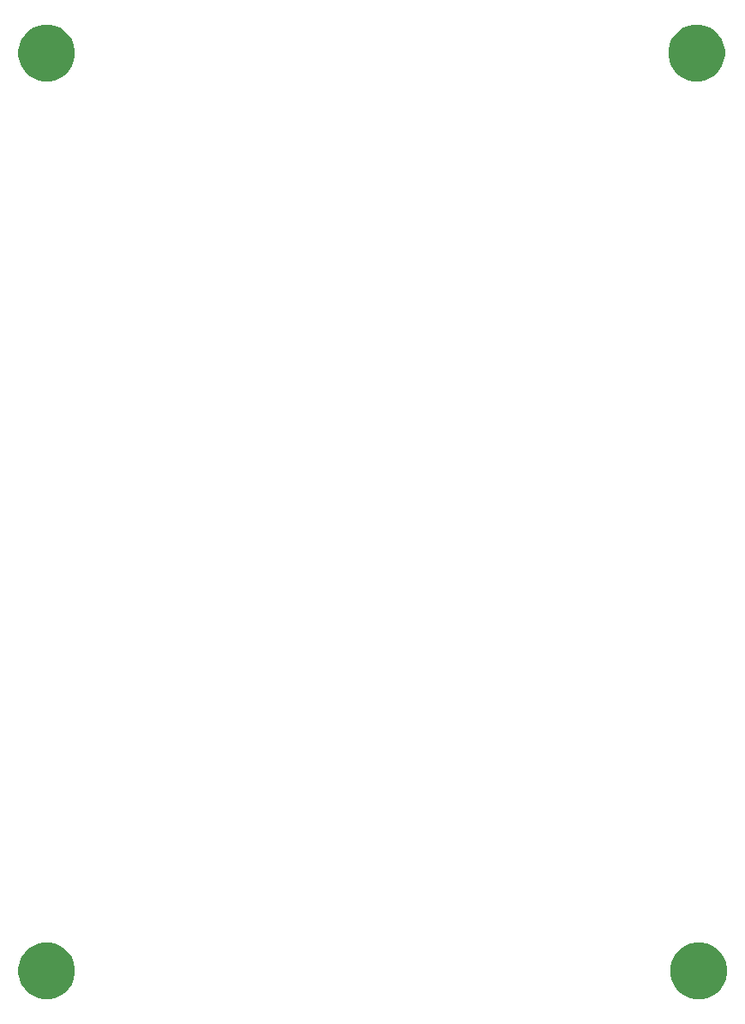
<source format=gbr>
G04 #@! TF.GenerationSoftware,KiCad,Pcbnew,(5.1.4)-1*
G04 #@! TF.CreationDate,2019-11-28T17:08:10+08:00*
G04 #@! TF.ProjectId,FH26W-45S-0.3SHW,46483236-572d-4343-9553-2d302e335348,rev?*
G04 #@! TF.SameCoordinates,Original*
G04 #@! TF.FileFunction,Soldermask,Top*
G04 #@! TF.FilePolarity,Negative*
%FSLAX46Y46*%
G04 Gerber Fmt 4.6, Leading zero omitted, Abs format (unit mm)*
G04 Created by KiCad (PCBNEW (5.1.4)-1) date 2019-11-28 17:08:10*
%MOMM*%
%LPD*%
G04 APERTURE LIST*
%ADD10C,0.100000*%
G04 APERTURE END LIST*
D10*
G36*
X157217021Y-116906640D02*
G01*
X157726769Y-117117785D01*
X157726771Y-117117786D01*
X158185534Y-117424321D01*
X158575679Y-117814466D01*
X158882214Y-118273229D01*
X158882215Y-118273231D01*
X159093360Y-118782979D01*
X159201000Y-119324124D01*
X159201000Y-119875876D01*
X159093360Y-120417021D01*
X158882215Y-120926769D01*
X158882214Y-120926771D01*
X158575679Y-121385534D01*
X158185534Y-121775679D01*
X157726771Y-122082214D01*
X157726770Y-122082215D01*
X157726769Y-122082215D01*
X157217021Y-122293360D01*
X156675876Y-122401000D01*
X156124124Y-122401000D01*
X155582979Y-122293360D01*
X155073231Y-122082215D01*
X155073230Y-122082215D01*
X155073229Y-122082214D01*
X154614466Y-121775679D01*
X154224321Y-121385534D01*
X153917786Y-120926771D01*
X153917785Y-120926769D01*
X153706640Y-120417021D01*
X153599000Y-119875876D01*
X153599000Y-119324124D01*
X153706640Y-118782979D01*
X153917785Y-118273231D01*
X153917786Y-118273229D01*
X154224321Y-117814466D01*
X154614466Y-117424321D01*
X155073229Y-117117786D01*
X155073231Y-117117785D01*
X155582979Y-116906640D01*
X156124124Y-116799000D01*
X156675876Y-116799000D01*
X157217021Y-116906640D01*
X157217021Y-116906640D01*
G37*
G36*
X92817021Y-116906640D02*
G01*
X93326769Y-117117785D01*
X93326771Y-117117786D01*
X93785534Y-117424321D01*
X94175679Y-117814466D01*
X94482214Y-118273229D01*
X94482215Y-118273231D01*
X94693360Y-118782979D01*
X94801000Y-119324124D01*
X94801000Y-119875876D01*
X94693360Y-120417021D01*
X94482215Y-120926769D01*
X94482214Y-120926771D01*
X94175679Y-121385534D01*
X93785534Y-121775679D01*
X93326771Y-122082214D01*
X93326770Y-122082215D01*
X93326769Y-122082215D01*
X92817021Y-122293360D01*
X92275876Y-122401000D01*
X91724124Y-122401000D01*
X91182979Y-122293360D01*
X90673231Y-122082215D01*
X90673230Y-122082215D01*
X90673229Y-122082214D01*
X90214466Y-121775679D01*
X89824321Y-121385534D01*
X89517786Y-120926771D01*
X89517785Y-120926769D01*
X89306640Y-120417021D01*
X89199000Y-119875876D01*
X89199000Y-119324124D01*
X89306640Y-118782979D01*
X89517785Y-118273231D01*
X89517786Y-118273229D01*
X89824321Y-117814466D01*
X90214466Y-117424321D01*
X90673229Y-117117786D01*
X90673231Y-117117785D01*
X91182979Y-116906640D01*
X91724124Y-116799000D01*
X92275876Y-116799000D01*
X92817021Y-116906640D01*
X92817021Y-116906640D01*
G37*
G36*
X157017021Y-26306640D02*
G01*
X157526769Y-26517785D01*
X157526771Y-26517786D01*
X157985534Y-26824321D01*
X158375679Y-27214466D01*
X158682214Y-27673229D01*
X158682215Y-27673231D01*
X158893360Y-28182979D01*
X159001000Y-28724124D01*
X159001000Y-29275876D01*
X158893360Y-29817021D01*
X158682215Y-30326769D01*
X158682214Y-30326771D01*
X158375679Y-30785534D01*
X157985534Y-31175679D01*
X157526771Y-31482214D01*
X157526770Y-31482215D01*
X157526769Y-31482215D01*
X157017021Y-31693360D01*
X156475876Y-31801000D01*
X155924124Y-31801000D01*
X155382979Y-31693360D01*
X154873231Y-31482215D01*
X154873230Y-31482215D01*
X154873229Y-31482214D01*
X154414466Y-31175679D01*
X154024321Y-30785534D01*
X153717786Y-30326771D01*
X153717785Y-30326769D01*
X153506640Y-29817021D01*
X153399000Y-29275876D01*
X153399000Y-28724124D01*
X153506640Y-28182979D01*
X153717785Y-27673231D01*
X153717786Y-27673229D01*
X154024321Y-27214466D01*
X154414466Y-26824321D01*
X154873229Y-26517786D01*
X154873231Y-26517785D01*
X155382979Y-26306640D01*
X155924124Y-26199000D01*
X156475876Y-26199000D01*
X157017021Y-26306640D01*
X157017021Y-26306640D01*
G37*
G36*
X92817021Y-26306640D02*
G01*
X93326769Y-26517785D01*
X93326771Y-26517786D01*
X93785534Y-26824321D01*
X94175679Y-27214466D01*
X94482214Y-27673229D01*
X94482215Y-27673231D01*
X94693360Y-28182979D01*
X94801000Y-28724124D01*
X94801000Y-29275876D01*
X94693360Y-29817021D01*
X94482215Y-30326769D01*
X94482214Y-30326771D01*
X94175679Y-30785534D01*
X93785534Y-31175679D01*
X93326771Y-31482214D01*
X93326770Y-31482215D01*
X93326769Y-31482215D01*
X92817021Y-31693360D01*
X92275876Y-31801000D01*
X91724124Y-31801000D01*
X91182979Y-31693360D01*
X90673231Y-31482215D01*
X90673230Y-31482215D01*
X90673229Y-31482214D01*
X90214466Y-31175679D01*
X89824321Y-30785534D01*
X89517786Y-30326771D01*
X89517785Y-30326769D01*
X89306640Y-29817021D01*
X89199000Y-29275876D01*
X89199000Y-28724124D01*
X89306640Y-28182979D01*
X89517785Y-27673231D01*
X89517786Y-27673229D01*
X89824321Y-27214466D01*
X90214466Y-26824321D01*
X90673229Y-26517786D01*
X90673231Y-26517785D01*
X91182979Y-26306640D01*
X91724124Y-26199000D01*
X92275876Y-26199000D01*
X92817021Y-26306640D01*
X92817021Y-26306640D01*
G37*
M02*

</source>
